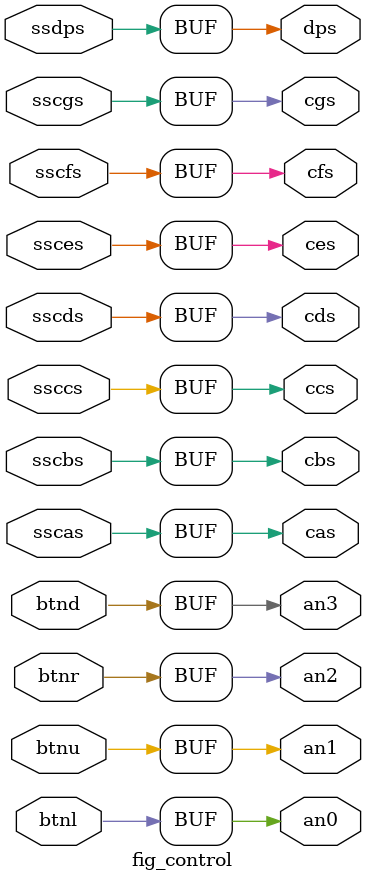
<source format=v>
`timescale 1ns / 1ps


module fig_control(
    output cas,
    output cbs,
    output ccs,
    output cds,
    output ces,
    output cfs,
    output cgs,
    output dps,
    input sscas,
    input sscbs,
    input ssccs,
    input sscds,
    input ssces,
    input sscfs,
    input sscgs,
    input ssdps,
    input btnl,
    input btnu,
    input btnr,
    input btnd,
    output an0,
    output an1,
    output an2,
    output an3
    );
    assign cas=sscas;
    assign cbs=sscbs;
    assign ccs=ssccs;
    assign cds=sscds;
    assign ces=ssces;
    assign cfs=sscfs;
    assign cgs=sscgs;
    assign dps=ssdps;
    assign an0=btnl;
    assign an1=btnu;
    assign an2=btnr;
    assign an3=btnd;
endmodule

</source>
